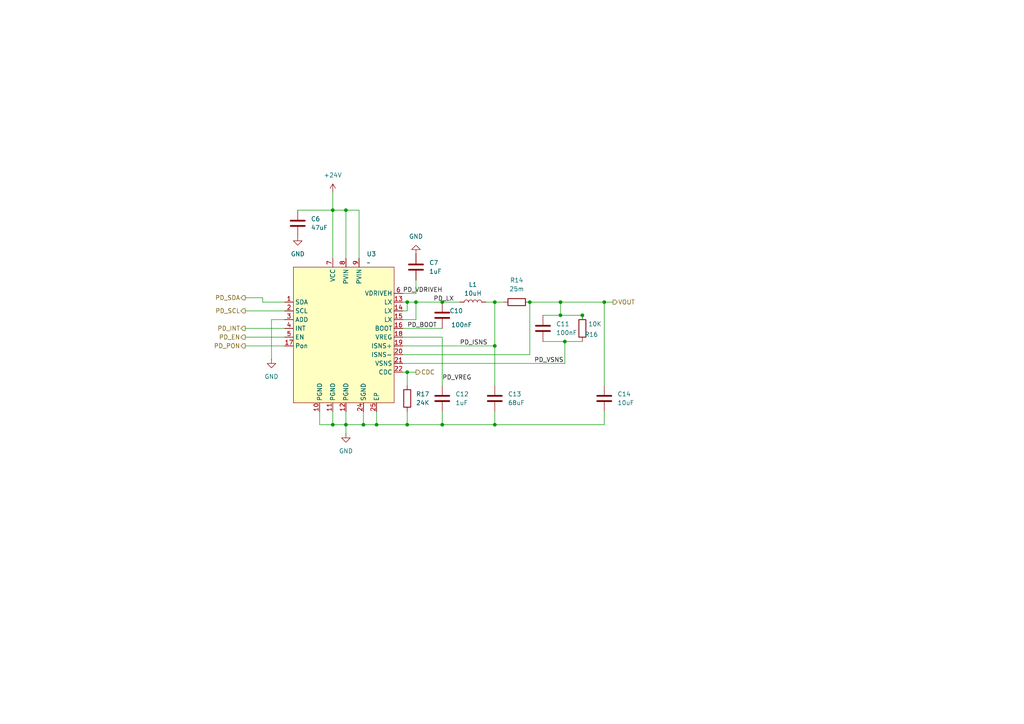
<source format=kicad_sch>
(kicad_sch (version 20231120) (generator "eeschema") (generator_version "8.0")
  (paper "A4")
  (title_block (title "UCPD-Passthrough") (rev "0.1") (comment 1 "License: CERN-OHL-P-2.0"))
  (lib_symbols
    (symbol "Device:C" (pin_numbers hide) (pin_names (offset 0.254))
      (property "Reference" "C" (at 0.635 2.54 0))
      (property "Value" "C" (at 0.635 -2.54 0))
      (symbol "C_0_1"
        (polyline (pts (xy -2.032 -0.762) (xy 2.032 -0.762)) (stroke (width 0.508)))
        (polyline (pts (xy -2.032 0.762) (xy 2.032 0.762)) (stroke (width 0.508)))
      )
      (symbol "C_1_1"
        (pin passive line (at 0 3.81 270) (length 2.794) (name "~") (number "1"))
        (pin passive line (at 0 -3.81 90) (length 2.794) (name "~") (number "2"))
      )
    )
    (symbol "Device:L" (pin_numbers hide) (pin_names (offset 1.016) hide)
      (property "Reference" "L" (at -1.27 0 90))
      (property "Value" "L" (at 1.905 0 90))
      (symbol "L_0_1"
        (arc (start 0 -2.54) (mid 0.6323 -1.905) (end 0 -1.27))
        (arc (start 0 -1.27) (mid 0.6323 -0.635) (end 0 0))
        (arc (start 0 0) (mid 0.6323 0.635) (end 0 1.27))
        (arc (start 0 1.27) (mid 0.6323 1.905) (end 0 2.54))
      )
      (symbol "L_1_1"
        (pin passive line (at 0 3.81 270) (length 1.27) (name "1") (number "1"))
        (pin passive line (at 0 -3.81 90) (length 1.27) (name "2") (number "2"))
      )
    )
    (symbol "Device:R" (pin_numbers hide) (pin_names (offset 0))
      (property "Reference" "R" (at 2.032 0 90))
      (property "Value" "R" (at 0 0 90))
      (symbol "R_0_1"
        (rectangle (start -1.016 -2.54) (end 1.016 2.54) (stroke (width 0.254)))
      )
      (symbol "R_1_1"
        (pin passive line (at 0 3.81 270) (length 1.27) (name "~") (number "1"))
        (pin passive line (at 0 -3.81 90) (length 1.27) (name "~") (number "2"))
      )
    )
    (symbol "power:+24V" (power) (pin_numbers hide) (pin_names (offset 0) hide)
      (property "Value" "+24V" (at 0 3.556 0))
      (symbol "+24V_0_1"
        (polyline (pts (xy -0.762 1.27) (xy 0 2.54)))
        (polyline (pts (xy 0 0) (xy 0 2.54)))
        (polyline (pts (xy 0 2.54) (xy 0.762 1.27)))
      )
      (symbol "+24V_1_1"
        (pin power_in line (at 0 0 90) (length 0) (name "~") (number "1"))
      )
    )
    (symbol "power:GND" (power) (pin_numbers hide) (pin_names (offset 0) hide)
      (property "Value" "GND" (at 0 -3.81 0))
      (symbol "GND_0_1"
        (polyline (pts (xy 0 0) (xy 0 -1.27) (xy 1.27 -1.27) (xy 0 -2.54) (xy -1.27 -1.27) (xy 0 -1.27)))
      )
      (symbol "GND_1_1"
        (pin power_in line (at 0 0 270) (length 0) (name "~") (number "1"))
      )
    )
    (symbol "stpd01:STPD01PUR"
      (property "Reference" "U" (at 16.002 -17.272 0))
      (symbol "STPD01PUR_0_0"
        (pin bidirectional line (at -17.78 7.62 0) (length 2.54) (name "SDA") (number "1"))
        (pin power_in line (at -7.62 -24.13 90) (length 2.54) (name "PGND") (number "10"))
        (pin power_in line (at 0 -24.13 90) (length 2.54) (name "PGND") (number "12"))
        (pin bidirectional line (at 16.51 7.62 180) (length 2.54) (name "LX") (number "13"))
        (pin bidirectional line (at 16.51 5.08 180) (length 2.54) (name "LX") (number "14"))
        (pin bidirectional line (at 16.51 2.54 180) (length 2.54) (name "LX") (number "15"))
        (pin power_out line (at 16.51 0 180) (length 2.54) (name "BOOT") (number "16"))
        (pin output line (at -17.78 -5.08 0) (length 2.54) (name "Pon") (number "17"))
        (pin power_out line (at 16.51 -2.54 180) (length 2.54) (name "VREG") (number "18"))
        (pin input line (at 16.51 -5.08 180) (length 2.54) (name "ISNS+") (number "19"))
        (pin input line (at -17.78 5.08 0) (length 2.54) (name "SCL") (number "2"))
        (pin input line (at 16.51 -7.62 180) (length 2.54) (name "ISNS-") (number "20"))
        (pin input line (at 16.51 -12.7 180) (length 2.54) (name "CDC") (number "22"))
        (pin input line (at -17.78 2.54 0) (length 2.54) (name "ADD") (number "3"))
        (pin output line (at -17.78 0 0) (length 2.54) (name "INT") (number "4"))
        (pin input line (at -17.78 -2.54 0) (length 2.54) (name "EN") (number "5"))
        (pin output line (at 16.51 10.16 180) (length 2.54) (name "VDRIVEH") (number "6"))
        (pin power_in line (at 0 20.32 270) (length 2.54) (name "PVIN") (number "8"))
        (pin power_in line (at 3.81 20.32 270) (length 2.54) (name "PVIN") (number "9"))
      )
      (symbol "STPD01PUR_1_0"
        (pin power_in line (at -3.81 -24.13 90) (length 2.54) (name "PGND") (number "11"))
        (pin input line (at 16.51 -10.16 180) (length 2.54) (name "VSNS") (number "21"))
        (pin no_connect line (at -17.78 -7.62 0) (length 2.54) hide (name "NC") (number "23"))
        (pin power_in line (at 5.08 -24.13 90) (length 2.54) (name "SGND") (number "24"))
        (pin power_in line (at 8.89 -24.13 90) (length 2.54) (name "EP") (number "25"))
        (pin power_in line (at -3.81 20.32 270) (length 2.54) (name "VCC") (number "7"))
      )
      (symbol "STPD01PUR_1_1"
        (rectangle (start -15.24 17.78) (end 13.97 -21.59) (fill (type background)))
      )
    )
  )
  (junction (at 118.11 87.63))
  (junction (at 128.27 123.19))
  (junction (at 143.51 87.63))
  (junction (at 128.27 87.63))
  (junction (at 162.56 91.44))
  (junction (at 118.11 123.19))
  (junction (at 168.91 91.44))
  (junction (at 100.33 123.19))
  (junction (at 109.22 123.19))
  (junction (at 175.26 87.63))
  (junction (at 163.83 99.06))
  (junction (at 143.51 123.19))
  (junction (at 96.52 60.96))
  (junction (at 162.56 87.63))
  (junction (at 96.52 123.19))
  (junction (at 143.51 100.33))
  (junction (at 118.11 107.95))
  (junction (at 120.65 87.63))
  (junction (at 100.33 60.96))
  (junction (at 153.67 87.63))
  (junction (at 105.41 123.19))
  (wire (pts (xy 78.74 92.71) (xy 78.74 104.14)))
  (wire (pts (xy 71.12 97.79) (xy 82.55 97.79)))
  (wire (pts (xy 109.22 123.19) (xy 118.11 123.19)))
  (wire (pts (xy 175.26 123.19) (xy 175.26 119.38)))
  (wire (pts (xy 100.33 125.73) (xy 100.33 123.19)))
  (wire (pts (xy 82.55 92.71) (xy 78.74 92.71)))
  (wire (pts (xy 76.2 87.63) (xy 76.2 86.36)))
  (wire (pts (xy 116.84 100.33) (xy 143.51 100.33)))
  (wire (pts (xy 116.84 107.95) (xy 118.11 107.95)))
  (wire (pts (xy 96.52 119.38) (xy 96.52 123.19)))
  (wire (pts (xy 157.48 99.06) (xy 163.83 99.06)))
  (wire (pts (xy 105.41 123.19) (xy 100.33 123.19)))
  (wire (pts (xy 100.33 74.93) (xy 100.33 60.96)))
  (wire (pts (xy 140.97 87.63) (xy 143.51 87.63)))
  (wire (pts (xy 105.41 119.38) (xy 105.41 123.19)))
  (wire (pts (xy 153.67 87.63) (xy 162.56 87.63)))
  (wire (pts (xy 118.11 90.17) (xy 118.11 87.63)))
  (wire (pts (xy 128.27 123.19) (xy 118.11 123.19)))
  (wire (pts (xy 168.91 91.44) (xy 168.91 92.71)))
  (wire (pts (xy 96.52 60.96) (xy 96.52 74.93)))
  (wire (pts (xy 92.71 123.19) (xy 96.52 123.19)))
  (wire (pts (xy 143.51 119.38) (xy 143.51 123.19)))
  (wire (pts (xy 96.52 123.19) (xy 100.33 123.19)))
  (wire (pts (xy 120.65 92.71) (xy 120.65 87.63)))
  (wire (pts (xy 104.14 74.93) (xy 104.14 60.96)))
  (wire (pts (xy 118.11 119.38) (xy 118.11 123.19)))
  (wire (pts (xy 162.56 91.44) (xy 168.91 91.44)))
  (wire (pts (xy 128.27 97.79) (xy 128.27 111.76)))
  (wire (pts (xy 116.84 92.71) (xy 120.65 92.71)))
  (wire (pts (xy 100.33 60.96) (xy 96.52 60.96)))
  (wire (pts (xy 163.83 99.06) (xy 163.83 105.41)))
  (wire (pts (xy 116.84 85.09) (xy 120.65 85.09)))
  (wire (pts (xy 86.36 60.96) (xy 96.52 60.96)))
  (wire (pts (xy 175.26 87.63) (xy 175.26 111.76)))
  (wire (pts (xy 116.84 87.63) (xy 118.11 87.63)))
  (wire (pts (xy 118.11 107.95) (xy 118.11 111.76)))
  (wire (pts (xy 109.22 119.38) (xy 109.22 123.19)))
  (wire (pts (xy 118.11 87.63) (xy 120.65 87.63)))
  (wire (pts (xy 143.51 87.63) (xy 146.05 87.63)))
  (wire (pts (xy 162.56 87.63) (xy 162.56 91.44)))
  (wire (pts (xy 109.22 123.19) (xy 105.41 123.19)))
  (wire (pts (xy 153.67 87.63) (xy 153.67 102.87)))
  (wire (pts (xy 143.51 123.19) (xy 175.26 123.19)))
  (wire (pts (xy 157.48 91.44) (xy 162.56 91.44)))
  (wire (pts (xy 100.33 119.38) (xy 100.33 123.19)))
  (wire (pts (xy 116.84 105.41) (xy 163.83 105.41)))
  (wire (pts (xy 120.65 87.63) (xy 128.27 87.63)))
  (wire (pts (xy 116.84 97.79) (xy 128.27 97.79)))
  (wire (pts (xy 92.71 119.38) (xy 92.71 123.19)))
  (wire (pts (xy 116.84 102.87) (xy 153.67 102.87)))
  (wire (pts (xy 128.27 119.38) (xy 128.27 123.19)))
  (wire (pts (xy 82.55 87.63) (xy 76.2 87.63)))
  (wire (pts (xy 128.27 87.63) (xy 133.35 87.63)))
  (wire (pts (xy 71.12 95.25) (xy 82.55 95.25)))
  (wire (pts (xy 162.56 87.63) (xy 175.26 87.63)))
  (wire (pts (xy 143.51 123.19) (xy 128.27 123.19)))
  (wire (pts (xy 143.51 87.63) (xy 143.51 100.33)))
  (wire (pts (xy 96.52 55.88) (xy 96.52 60.96)))
  (wire (pts (xy 71.12 90.17) (xy 82.55 90.17)))
  (wire (pts (xy 116.84 90.17) (xy 118.11 90.17)))
  (wire (pts (xy 175.26 87.63) (xy 177.8 87.63)))
  (wire (pts (xy 163.83 99.06) (xy 168.91 99.06)))
  (wire (pts (xy 116.84 95.25) (xy 128.27 95.25)))
  (wire (pts (xy 120.65 85.09) (xy 120.65 81.28)))
  (wire (pts (xy 143.51 100.33) (xy 143.51 111.76)))
  (wire (pts (xy 118.11 107.95) (xy 120.65 107.95)))
  (wire (pts (xy 76.2 86.36) (xy 71.12 86.36)))
  (wire (pts (xy 104.14 60.96) (xy 100.33 60.96)))
  (wire (pts (xy 71.12 100.33) (xy 82.55 100.33)))
  (label "PD_VSNS" (at 154.94 105.41 0))
  (label "PD_VREG" (at 128.27 110.49 0))
  (label "PD_LX" (at 125.73 87.63 0))
  (label "PD_VDRIVEH" (at 116.84 85.09 0))
  (label "PD_BOOT" (at 118.11 95.25 0))
  (label "PD_ISNS" (at 133.35 100.33 0))
  (hierarchical_label "PD_EN" (shape output) (at 71.12 97.79 180))
  (hierarchical_label "PD_PON" (shape output) (at 71.12 100.33 180))
  (hierarchical_label "PD_SDA" (shape output) (at 71.12 86.36 180))
  (hierarchical_label "VOUT" (shape output) (at 177.8 87.63 0))
  (hierarchical_label "PD_INT" (shape output) (at 71.12 95.25 180))
  (hierarchical_label "CDC" (shape output) (at 120.65 107.95 0))
  (hierarchical_label "PD_SCL" (shape output) (at 71.12 90.17 180))
  (symbol (lib_id "stpd01:STPD01PUR") (at 100.33 95.25 0) (unit 1)
    (property "Reference" "U3" (at 106.3341 73.66 0) (effects (justify left)))
    (property "Value" "~" (at 106.3341 76.2 0) (effects (justify left)))
    (property "Footprint" "stpd01:QFN_D01PUR_STM" (effects (hide yes)))
    (property "Datasheet" "https://www.st.com/resource/en/datasheet/stpd01.pdf" (effects (hide yes)))
    (property "MFN" "ST" (effects (hide yes)))
    (property "MFP" "STPD01PUR" (effects (hide yes)))
    (property "DigiKey" "497-STPD01PURCT-ND" (effects (hide yes)))
  )
  (symbol (lib_id "Device:C") (at 128.27 91.44 180) (unit 1)
    (property "Reference" "C10" (at 132.334 90.17 0))
    (property "Value" "100nF" (at 133.858 94.234 0))
    (property "Footprint" "Capacitor_SMD:C_0603_1608Metric" (effects (hide yes)))
    (property "Description" "Unpolarized capacitor" (effects (hide yes)))
    (property "DigiKey" "1276-1935-1-ND" (effects (hide yes)))
    (property "MFN" "Samsung" (effects (hide yes)))
    (property "MFP" "CL10B104KB8NNWC" (effects (hide yes)))
  )
  (symbol (lib_id "Device:L") (at 137.16 87.63 90) (unit 1)
    (property "Reference" "L1" (at 137.16 82.55 90))
    (property "Value" "10uH" (at 137.16 85.09 90))
    (property "Footprint" "sprh1210:IND_SPRH1210-100M" (effects (hide yes)))
    (property "Description" "Inductor" (effects (hide yes)))
    (property "DigiKey" "4044-SPRH1210-100MCT-ND" (effects (hide yes)))
    (property "MFN" "CODACA" (effects (hide yes)))
    (property "MFP" "SPRH1210-100M" (effects (hide yes)))
  )
  (symbol (lib_id "power:GND") (at 120.65 73.66 180) (unit 1)
    (property "Reference" "#PWR022" (effects (hide yes)))
    (property "Value" "GND" (at 120.65 68.58 0))
    (property "Description" "Power symbol creates a global label with name \"GND\" , ground" (effects (hide yes)))
  )
  (symbol (lib_id "power:GND") (at 78.74 104.14 0) (unit 1)
    (property "Reference" "#PWR025" (effects (hide yes)))
    (property "Value" "GND" (at 78.74 109.22 0))
    (property "Description" "Power symbol creates a global label with name \"GND\" , ground" (effects (hide yes)))
  )
  (symbol (lib_id "power:GND") (at 100.33 125.73 0) (unit 1)
    (property "Reference" "#PWR026" (effects (hide yes)))
    (property "Value" "GND" (at 100.33 130.81 0))
    (property "Description" "Power symbol creates a global label with name \"GND\" , ground" (effects (hide yes)))
  )
  (symbol (lib_id "Device:C") (at 143.51 115.57 0) (unit 1)
    (property "Reference" "C13" (at 147.32 114.2999 0) (effects (justify left)))
    (property "Value" "68uF" (at 147.32 116.8399 0) (effects (justify left)))
    (property "Footprint" "KRM55WR:CAP_KRM55_MUR" (effects (hide yes)))
    (property "Description" "Unpolarized capacitor" (effects (hide yes)))
    (property "MFN" "Murata" (effects (hide yes)))
    (property "MFP" "KRM55WR71E686MH01K" (effects (hide yes)))
    (property "DigiKey" "490-16293-1-ND" (effects (hide yes)))
  )
  (symbol (lib_id "Device:R") (at 118.11 115.57 0) (unit 1)
    (property "Reference" "R17" (at 120.65 114.2999 0) (effects (justify left)))
    (property "Value" "24K" (at 120.65 116.8399 0) (effects (justify left)))
    (property "Footprint" "Resistor_SMD:R_0603_1608Metric" (effects (hide yes)))
    (property "Description" "Resistor" (effects (hide yes)))
    (property "DigiKey" "311-24.0KHRCT-ND" (effects (hide yes)))
    (property "MFN" "Yageo" (effects (hide yes)))
    (property "MFP" "RC0603FR-0724KL" (effects (hide yes)))
  )
  (symbol (lib_id "Device:C") (at 86.36 64.77 0) (unit 1)
    (property "Reference" "C6" (at 90.17 63.4999 0) (effects (justify left)))
    (property "Value" "47uF" (at 90.17 66.0399 0) (effects (justify left)))
    (property "Footprint" "KCM55WR7YA476MH01L:CAPC6153X670N" (effects (hide yes)))
    (property "Description" "Unpolarized capacitor" (effects (hide yes)))
    (property "DigiKey" "490-16295-1-ND" (effects (hide yes)))
    (property "MFN" "Murata" (effects (hide yes)))
    (property "MFP" "KCM55WR7YA476MH01L" (effects (hide yes)))
  )
  (symbol (lib_id "power:+24V") (at 96.52 55.88 0) (unit 1)
    (property "Reference" "#PWR018" (effects (hide yes)))
    (property "Value" "+24V" (at 96.52 50.8 0))
    (property "Description" "Power symbol creates a global label with name \"+24V\"" (effects (hide yes)))
  )
  (symbol (lib_id "Device:C") (at 175.26 115.57 0) (unit 1)
    (property "Reference" "C14" (at 179.07 114.2999 0) (effects (justify left)))
    (property "Value" "10uF" (at 179.07 116.8399 0) (effects (justify left)))
    (property "Footprint" "Capacitor_SMD:C_0603_1608Metric" (effects (hide yes)))
    (property "Description" "Unpolarized capacitor" (effects (hide yes)))
    (property "DigiKey" "490-GRM188R6YA106MA73JCT-ND" (effects (hide yes)))
    (property "MFN" "Murata" (effects (hide yes)))
    (property "MFP" "GRM188R6YA106MA73J" (effects (hide yes)))
  )
  (symbol (lib_id "Device:C") (at 157.48 95.25 180) (unit 1)
    (property "Reference" "C11" (at 161.29 93.9799 0) (effects (justify right)))
    (property "Value" "100nF" (at 161.29 96.5199 0) (effects (justify right)))
    (property "Footprint" "Capacitor_SMD:C_0603_1608Metric" (effects (hide yes)))
    (property "Description" "Unpolarized capacitor" (effects (hide yes)))
    (property "DigiKey" "1276-1935-1-ND" (effects (hide yes)))
    (property "MFN" "Samsung" (effects (hide yes)))
    (property "MFP" "CL10B104KB8NNWC" (effects (hide yes)))
  )
  (symbol (lib_id "Device:R") (at 168.91 95.25 180) (unit 1)
    (property "Reference" "R16" (at 173.482 97.028 0) (effects (justify left)))
    (property "Value" "10K" (at 174.498 93.98 0) (effects (justify left)))
    (property "Footprint" "Resistor_SMD:R_0603_1608Metric" (effects (hide yes)))
    (property "Description" "Resistor" (effects (hide yes)))
    (property "DigiKey" "311-10.0KHRCT-ND" (effects (hide yes)))
    (property "MFN" "Yageo" (effects (hide yes)))
    (property "MFP" "RC0603FR-0710KL" (effects (hide yes)))
  )
  (symbol (lib_id "power:GND") (at 86.36 68.58 0) (unit 1)
    (property "Reference" "#PWR019" (effects (hide yes)))
    (property "Value" "GND" (at 86.36 73.66 0))
    (property "Description" "Power symbol creates a global label with name \"GND\" , ground" (effects (hide yes)))
  )
  (symbol (lib_id "Device:R") (at 149.86 87.63 90) (unit 1)
    (property "Reference" "R14" (at 149.86 81.28 90))
    (property "Value" "25m" (at 149.86 83.82 90))
    (property "Footprint" "Resistor_SMD:R_2512_6332Metric_Pad1.40x3.35mm_HandSolder" (effects (hide yes)))
    (property "Description" "Resistor" (effects (hide yes)))
    (property "DigiKey" "YAG2169CT-ND" (effects (hide yes)))
    (property "MFN" "Yageo" (effects (hide yes)))
    (property "MFP" "PE2512FKE7W0R025L" (effects (hide yes)))
  )
  (symbol (lib_id "Device:C") (at 128.27 115.57 0) (unit 1)
    (property "Reference" "C12" (at 132.08 114.2999 0) (effects (justify left)))
    (property "Value" "1uF" (at 132.08 116.8399 0) (effects (justify left)))
    (property "Footprint" "Capacitor_SMD:C_0603_1608Metric" (effects (hide yes)))
    (property "Description" "Unpolarized capacitor" (effects (hide yes)))
    (property "DigiKey" "1276-1861-1-ND" (effects (hide yes)))
    (property "MFN" "Samsung" (effects (hide yes)))
    (property "MFP" "CL10A105KL8NNNC" (effects (hide yes)))
  )
  (symbol (lib_id "Device:C") (at 120.65 77.47 0) (unit 1)
    (property "Reference" "C7" (at 124.46 76.1999 0) (effects (justify left)))
    (property "Value" "1uF" (at 124.46 78.7399 0) (effects (justify left)))
    (property "Footprint" "Capacitor_SMD:C_0603_1608Metric" (effects (hide yes)))
    (property "Description" "Unpolarized capacitor" (effects (hide yes)))
    (property "DigiKey" "1276-1861-1-ND" (effects (hide yes)))
    (property "MFN" "Samsung" (effects (hide yes)))
    (property "MFP" "CL10A105KL8NNNC" (effects (hide yes)))
  )
)
</source>
